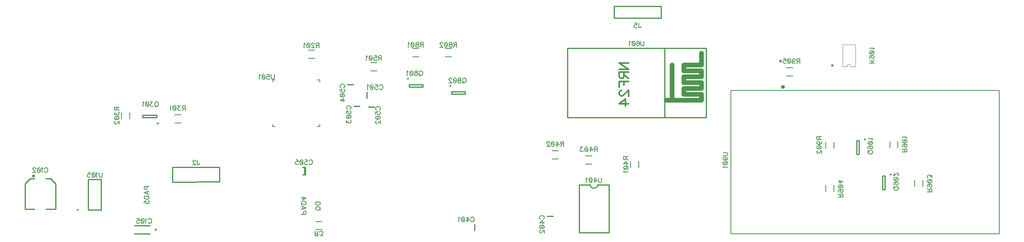
<source format=gbr>
G04 DipTrace 5.1.0.1*
G04 Íèæíºìàðêóâàííÿ.gbr*
%MOMM*%
G04 #@! TF.FileFunction,Legend,Bot*
G04 #@! TF.Part,Single*
%ADD10C,0.254*%
%ADD13C,0.12*%
%ADD36C,0.15*%
%ADD41C,0.15233*%
%ADD44C,1.0*%
%ADD47C,0.127*%
%ADD107C,0.15686*%
%ADD110C,0.31373*%
%FSLAX35Y35*%
G04*
G71*
G90*
G75*
G01*
G04 BotSilk*
%LPD*%
X3099037Y2139897D2*
D10*
X3304033Y2139817D1*
X3099037Y2139897D2*
Y2689820D1*
X3209060Y2799790D2*
X3099037Y2689820D1*
X3209060Y2799790D2*
X3304033D1*
X3554040Y2139817D2*
X3759037Y2139897D1*
Y2689820D1*
X3649013Y2799790D2*
X3759037Y2689820D1*
X3554040Y2799790D2*
X3649013D1*
G36*
X3284050Y2829893D2*
X3280137Y2830150D1*
X3276291Y2830915D1*
X3272577Y2832175D1*
X3269060Y2833910D1*
X3265799Y2836089D1*
X3262851Y2838674D1*
X3260265Y2841623D1*
X3258087Y2844883D1*
X3256352Y2848400D1*
X3255092Y2852114D1*
X3254326Y2855960D1*
X3254070Y2859873D1*
X3254326Y2863787D1*
X3255092Y2867633D1*
X3256352Y2871346D1*
X3258087Y2874863D1*
X3260265Y2878124D1*
X3262851Y2881072D1*
X3265799Y2883658D1*
X3269060Y2885837D1*
X3272577Y2887571D1*
X3276291Y2888832D1*
X3280137Y2889597D1*
X3284050Y2889853D1*
X3284083D1*
X3287997Y2889597D1*
X3291843Y2888832D1*
X3295556Y2887571D1*
X3299073Y2885837D1*
X3302334Y2883658D1*
X3305282Y2881072D1*
X3307868Y2878124D1*
X3310047Y2874863D1*
X3311781Y2871346D1*
X3313042Y2867633D1*
X3313807Y2863787D1*
X3314063Y2859873D1*
X3313807Y2855960D1*
X3313042Y2852114D1*
X3311781Y2848400D1*
X3310047Y2844883D1*
X3307868Y2841623D1*
X3305282Y2838674D1*
X3302334Y2836089D1*
X3299073Y2833910D1*
X3295556Y2832175D1*
X3291843Y2830915D1*
X3287997Y2830150D1*
X3284083Y2829893D1*
X3284050D1*
G37*
X5805690Y1788853D2*
D10*
X5465623D1*
X5805690Y1608853D2*
X5465623D1*
G36*
X5905677Y1698857D2*
X5905848Y1701466D1*
X5906358Y1704031D1*
X5907199Y1706508D1*
X5908355Y1708853D1*
X5909808Y1711028D1*
X5911533Y1712994D1*
X5913499Y1714718D1*
X5915673Y1716171D1*
X5918019Y1717328D1*
X5920495Y1718169D1*
X5923060Y1718679D1*
X5925670Y1718850D1*
X5928280Y1718679D1*
X5930845Y1718169D1*
X5933321Y1717328D1*
X5935667Y1716171D1*
X5937841Y1714718D1*
X5939807Y1712994D1*
X5941532Y1711028D1*
X5942985Y1708853D1*
X5944141Y1706508D1*
X5944982Y1704031D1*
X5945492Y1701466D1*
X5945663Y1698857D1*
Y1698850D1*
X5945492Y1696240D1*
X5944982Y1693675D1*
X5944141Y1691199D1*
X5942985Y1688853D1*
X5941532Y1686679D1*
X5939807Y1684713D1*
X5937841Y1682988D1*
X5935667Y1681535D1*
X5933321Y1680379D1*
X5930845Y1679538D1*
X5928280Y1679028D1*
X5925670Y1678857D1*
X5923060Y1679028D1*
X5920495Y1679538D1*
X5918019Y1680379D1*
X5915673Y1681535D1*
X5913499Y1682988D1*
X5911533Y1684713D1*
X5909808Y1686679D1*
X5908355Y1688853D1*
X5907199Y1691199D1*
X5906358Y1693675D1*
X5905848Y1696240D1*
X5905677Y1698850D1*
Y1698857D1*
G37*
X12816537Y1681820D2*
D10*
Y1811720D1*
X14505250Y1992107D2*
X14375350D1*
X10483493Y4672070D2*
Y4542170D1*
X10645790Y4350857D2*
X10515890D1*
X10331670Y4368667D2*
X10201770D1*
X10193810Y4833367D2*
X10063910D1*
X9134983Y2889473D2*
Y3049313D1*
X9153903Y2889473D2*
Y3049313D1*
Y2889473D2*
X9094063D1*
X9153903Y3049313D2*
X9094063D1*
X6286532Y3048225D2*
X6286541Y2730725D1*
X7302541Y2730755D1*
X7302532Y3048255D1*
X6286532Y3048225D1*
X15823190Y6525407D2*
Y6271393D1*
X16839277D1*
Y6525407D1*
X15823190D1*
X20763227Y5226758D2*
D13*
Y5696778D1*
X21038257D1*
X21043240D2*
Y5226758D1*
X20943257D1*
X20763227D2*
X20863210D1*
G02X20943257Y5226758I40023J4684D01*
G01*
G36*
X20540233Y5272765D2*
X20543496Y5272551D1*
X20546704Y5271913D1*
X20549800Y5270862D1*
X20552733Y5269416D1*
X20555452Y5267599D1*
X20557911Y5265443D1*
X20560067Y5262984D1*
X20561884Y5260265D1*
X20563330Y5257332D1*
X20564381Y5254235D1*
X20565019Y5251028D1*
X20565233Y5247765D1*
X20565019Y5244502D1*
X20564381Y5241295D1*
X20563330Y5238198D1*
X20561884Y5235265D1*
X20560067Y5232546D1*
X20557911Y5230087D1*
X20555452Y5227931D1*
X20552733Y5226114D1*
X20549800Y5224668D1*
X20546704Y5223617D1*
X20543496Y5222979D1*
X20540233Y5222765D1*
D1*
X20536970Y5222979D1*
X20533763Y5223617D1*
X20530666Y5224668D1*
X20527733Y5226114D1*
X20525014Y5227931D1*
X20522556Y5230087D1*
X20520399Y5232546D1*
X20518583Y5235265D1*
X20517136Y5238198D1*
X20516085Y5241295D1*
X20515447Y5244502D1*
X20515233Y5247765D1*
X20515447Y5251028D1*
X20516085Y5254235D1*
X20517136Y5257332D1*
X20518583Y5260265D1*
X20520399Y5262984D1*
X20522556Y5265443D1*
X20525014Y5267599D1*
X20527733Y5269416D1*
X20530666Y5270862D1*
X20533763Y5271913D1*
X20536970Y5272551D1*
X20540233Y5272765D1*
D1*
G37*
G36*
X5948293Y3994787D2*
X5948461Y3997340D1*
X5948960Y3999850D1*
X5949783Y4002273D1*
X5950914Y4004568D1*
X5952336Y4006696D1*
X5954023Y4008620D1*
X5955947Y4010307D1*
X5958075Y4011729D1*
X5960370Y4012861D1*
X5962793Y4013683D1*
X5965303Y4014183D1*
X5967857Y4014350D1*
X5970410Y4014183D1*
X5972920Y4013683D1*
X5975343Y4012861D1*
X5977638Y4011729D1*
X5979766Y4010307D1*
X5981690Y4008620D1*
X5983377Y4006696D1*
X5984799Y4004568D1*
X5985931Y4002273D1*
X5986753Y3999850D1*
X5987253Y3997340D1*
X5987420Y3994787D1*
Y3994740D1*
X5987253Y3992186D1*
X5986753Y3989677D1*
X5985931Y3987253D1*
X5984799Y3984958D1*
X5983377Y3982831D1*
X5981690Y3980907D1*
X5979766Y3979219D1*
X5977638Y3977798D1*
X5975343Y3976666D1*
X5972920Y3975843D1*
X5970410Y3975344D1*
X5967857Y3975177D1*
X5965303Y3975344D1*
X5962793Y3975843D1*
X5960370Y3976666D1*
X5958075Y3977798D1*
X5955947Y3979219D1*
X5954023Y3980907D1*
X5952336Y3982831D1*
X5950914Y3984958D1*
X5949783Y3987253D1*
X5948960Y3989677D1*
X5948461Y3992186D1*
X5948293Y3994740D1*
Y3994787D1*
G37*
X5944487Y4122123D2*
D10*
X5644500D1*
Y4172123D1*
X5944487D1*
Y4122123D1*
G36*
X11392357Y4963303D2*
X11392189Y4960750D1*
X11391690Y4958240D1*
X11390867Y4955817D1*
X11389736Y4953522D1*
X11388314Y4951394D1*
X11386627Y4949470D1*
X11384703Y4947783D1*
X11382575Y4946361D1*
X11380280Y4945229D1*
X11377857Y4944407D1*
X11375347Y4943907D1*
X11372793Y4943740D1*
X11370240Y4943907D1*
X11367730Y4944407D1*
X11365307Y4945229D1*
X11363012Y4946361D1*
X11360884Y4947783D1*
X11358960Y4949470D1*
X11357273Y4951394D1*
X11355851Y4953522D1*
X11354719Y4955817D1*
X11353897Y4958240D1*
X11353397Y4960750D1*
X11353230Y4963303D1*
Y4963350D1*
X11353397Y4965904D1*
X11353897Y4968413D1*
X11354719Y4970837D1*
X11355851Y4973132D1*
X11357273Y4975259D1*
X11358960Y4977183D1*
X11360884Y4978871D1*
X11363012Y4980292D1*
X11365307Y4981424D1*
X11367730Y4982247D1*
X11370240Y4982746D1*
X11372793Y4982913D1*
X11375347Y4982746D1*
X11377857Y4982247D1*
X11380280Y4981424D1*
X11382575Y4980292D1*
X11384703Y4978871D1*
X11386627Y4977183D1*
X11388314Y4975259D1*
X11389736Y4973132D1*
X11390867Y4970837D1*
X11391690Y4968413D1*
X11392189Y4965904D1*
X11392357Y4963350D1*
Y4963303D1*
G37*
X11396163Y4835967D2*
D10*
X11696150D1*
Y4785967D1*
X11396163D1*
Y4835967D1*
G36*
X12308367Y4806413D2*
X12308199Y4803860D1*
X12307700Y4801350D1*
X12306877Y4798927D1*
X12305746Y4796632D1*
X12304324Y4794504D1*
X12302637Y4792580D1*
X12300713Y4790893D1*
X12298585Y4789471D1*
X12296290Y4788339D1*
X12293867Y4787517D1*
X12291357Y4787017D1*
X12288803Y4786850D1*
X12286250Y4787017D1*
X12283740Y4787517D1*
X12281317Y4788339D1*
X12279022Y4789471D1*
X12276894Y4790893D1*
X12274970Y4792580D1*
X12273283Y4794504D1*
X12271861Y4796632D1*
X12270729Y4798927D1*
X12269907Y4801350D1*
X12269407Y4803860D1*
X12269240Y4806413D1*
Y4806460D1*
X12269407Y4809014D1*
X12269907Y4811523D1*
X12270729Y4813947D1*
X12271861Y4816242D1*
X12273283Y4818369D1*
X12274970Y4820293D1*
X12276894Y4821981D1*
X12279022Y4823402D1*
X12281317Y4824534D1*
X12283740Y4825357D1*
X12286250Y4825856D1*
X12288803Y4826023D1*
X12291357Y4825856D1*
X12293867Y4825357D1*
X12296290Y4824534D1*
X12298585Y4823402D1*
X12300713Y4821981D1*
X12302637Y4820293D1*
X12304324Y4818369D1*
X12305746Y4816242D1*
X12306877Y4813947D1*
X12307700Y4811523D1*
X12308199Y4809014D1*
X12308367Y4806460D1*
Y4806413D1*
G37*
X12312173Y4679077D2*
D10*
X12612160D1*
Y4629077D1*
X12312173D1*
Y4679077D1*
G36*
X21246070Y3631187D2*
X21243516Y3631354D1*
X21241007Y3631853D1*
X21238583Y3632676D1*
X21236288Y3633808D1*
X21234161Y3635229D1*
X21232237Y3636917D1*
X21230549Y3638841D1*
X21229128Y3640968D1*
X21227996Y3643263D1*
X21227173Y3645687D1*
X21226674Y3648196D1*
X21226507Y3650750D1*
X21226674Y3653304D1*
X21227173Y3655813D1*
X21227996Y3658237D1*
X21229128Y3660532D1*
X21230549Y3662659D1*
X21232237Y3664583D1*
X21234161Y3666271D1*
X21236288Y3667692D1*
X21238583Y3668824D1*
X21241007Y3669647D1*
X21243517Y3670146D1*
X21246070Y3670313D1*
X21246117D1*
X21248670Y3670146D1*
X21251180Y3669647D1*
X21253603Y3668824D1*
X21255898Y3667692D1*
X21258026Y3666271D1*
X21259950Y3664583D1*
X21261637Y3662659D1*
X21263059Y3660532D1*
X21264191Y3658237D1*
X21265013Y3655813D1*
X21265513Y3653304D1*
X21265680Y3650750D1*
X21265513Y3648196D1*
X21265013Y3645687D1*
X21264191Y3643263D1*
X21263059Y3640968D1*
X21261637Y3638841D1*
X21259950Y3636917D1*
X21258026Y3635229D1*
X21255898Y3633808D1*
X21253603Y3632676D1*
X21251180Y3631853D1*
X21248670Y3631354D1*
X21246117Y3631187D1*
X21246070D1*
G37*
X21118733Y3627380D2*
D10*
Y3327393D1*
X21068733D1*
Y3627380D1*
X21118733D1*
G36*
X21801695Y2869187D2*
X21799141Y2869354D1*
X21796632Y2869853D1*
X21794208Y2870676D1*
X21791913Y2871808D1*
X21789786Y2873229D1*
X21787862Y2874917D1*
X21786174Y2876841D1*
X21784753Y2878968D1*
X21783621Y2881263D1*
X21782798Y2883687D1*
X21782299Y2886196D1*
X21782132Y2888750D1*
X21782299Y2891304D1*
X21782798Y2893813D1*
X21783621Y2896237D1*
X21784753Y2898532D1*
X21786174Y2900659D1*
X21787862Y2902583D1*
X21789786Y2904271D1*
X21791913Y2905692D1*
X21794208Y2906824D1*
X21796632Y2907647D1*
X21799142Y2908146D1*
X21801695Y2908313D1*
X21801742D1*
X21804295Y2908146D1*
X21806805Y2907647D1*
X21809228Y2906824D1*
X21811523Y2905692D1*
X21813651Y2904271D1*
X21815575Y2902583D1*
X21817262Y2900659D1*
X21818684Y2898532D1*
X21819816Y2896237D1*
X21820638Y2893813D1*
X21821138Y2891304D1*
X21821305Y2888750D1*
X21821138Y2886196D1*
X21820638Y2883687D1*
X21819816Y2881263D1*
X21818684Y2878968D1*
X21817262Y2876841D1*
X21815575Y2874917D1*
X21813651Y2873229D1*
X21811523Y2871808D1*
X21809228Y2870676D1*
X21806805Y2869853D1*
X21804295Y2869354D1*
X21801742Y2869187D1*
X21801695D1*
G37*
X21674358Y2865380D2*
D10*
Y2565393D1*
X21624358D1*
Y2865380D1*
X21674358D1*
X9516233Y1875350D2*
D36*
X9380233D1*
X9516233Y1699350D2*
X9380233D1*
X9223858Y5405518D2*
X9359858D1*
X9223858Y5581518D2*
X9359858D1*
X6468380Y4183630D2*
X6332380D1*
X6468380Y4007630D2*
X6332380D1*
X5182377Y4230000D2*
Y4094000D1*
X5358377Y4230000D2*
Y4094000D1*
X16180800Y3177930D2*
Y3041930D1*
X16356800Y3177930D2*
Y3041930D1*
X14620870Y3406080D2*
X14484870D1*
X14620870Y3230080D2*
X14484870D1*
X15347630Y3290040D2*
X15211630D1*
X15347630Y3114040D2*
X15211630D1*
X10571690Y5131120D2*
X10707690D1*
X10571690Y5307120D2*
X10707690D1*
X11477650Y5433470D2*
X11613650D1*
X11477650Y5609470D2*
X11613650D1*
X12176150Y5433470D2*
X12312150D1*
X12176150Y5609470D2*
X12312150D1*
X21959608Y3472893D2*
Y3608893D1*
X21783608Y3472893D2*
Y3608893D1*
X20402483Y3593018D2*
Y3457018D1*
X20578483Y3593018D2*
Y3457018D1*
X22499358Y2631518D2*
Y2767518D1*
X22323358Y2631518D2*
Y2767518D1*
X20578483Y2520393D2*
Y2656393D1*
X20402483Y2520393D2*
Y2656393D1*
X19685358Y5200518D2*
X19549358D1*
X19685358Y5024518D2*
X19549358D1*
G36*
X4241377Y2144933D2*
X4243930Y2144766D1*
X4246440Y2144267D1*
X4248863Y2143444D1*
X4251158Y2142312D1*
X4253286Y2140891D1*
X4255210Y2139203D1*
X4256897Y2137279D1*
X4258319Y2135152D1*
X4259451Y2132857D1*
X4260273Y2130433D1*
X4260773Y2127924D1*
X4260940Y2125370D1*
X4260773Y2122816D1*
X4260273Y2120307D1*
X4259451Y2117883D1*
X4258319Y2115588D1*
X4256897Y2113461D1*
X4255210Y2111537D1*
X4253286Y2109849D1*
X4251158Y2108428D1*
X4248863Y2107296D1*
X4246440Y2106473D1*
X4243930Y2105974D1*
X4241377Y2105807D1*
X4241310D1*
X4238756Y2105974D1*
X4236247Y2106473D1*
X4233823Y2107296D1*
X4231528Y2108428D1*
X4229401Y2109849D1*
X4227477Y2111537D1*
X4225789Y2113461D1*
X4224368Y2115588D1*
X4223236Y2117883D1*
X4222413Y2120307D1*
X4221914Y2122816D1*
X4221747Y2125370D1*
X4221914Y2127924D1*
X4222413Y2130433D1*
X4223236Y2132857D1*
X4224368Y2135152D1*
X4225789Y2137279D1*
X4227477Y2139203D1*
X4229401Y2140891D1*
X4231528Y2142312D1*
X4233823Y2143444D1*
X4236247Y2144267D1*
X4238756Y2144766D1*
X4241310Y2144933D1*
X4241377D1*
G37*
X4468037Y2122730D2*
D10*
Y2782700D1*
X4748037Y2122730D2*
Y2782700D1*
X4468037D2*
X4748037D1*
X4468037Y2122730D2*
X4748037D1*
X15712787Y2671177D2*
Y1631183D1*
X15072793Y2671177D2*
Y1631183D1*
X15712787D2*
X15072793D1*
X15712787Y2671177D2*
X15472817D1*
X15312763D2*
X15072793D1*
X15472817D2*
G02X15312763Y2671177I-80027J50D01*
G01*
X8502890Y3927333D2*
D41*
X8454623D1*
X9465557Y3975600D2*
Y3927333D1*
X9417290Y4938267D2*
X9465557D1*
X8454623D2*
X8502890D1*
X9465557D2*
Y4890000D1*
Y3927333D2*
X9417290D1*
X8454623D2*
Y3975600D1*
Y4890000D2*
Y4938267D1*
X14815333Y4124393D2*
D10*
X17815333D1*
Y5624393D1*
X14815333D1*
Y4124393D1*
X16915333Y5624393D2*
Y4124393D1*
X16950433Y4493393D2*
D44*
X17712433D1*
Y4620443D1*
X17331433D1*
Y4747343D1*
X17712433D1*
Y4874393D1*
X17331433D1*
Y5001443D1*
X17712433D1*
Y5128343D1*
X17331433D1*
Y5255393D1*
X17712433D1*
Y5509343D1*
X17077333Y4493393D2*
Y5255393D1*
X24152483Y4709893D2*
D47*
X18352483D1*
Y1609893D1*
X24152483D1*
Y4709893D1*
G36*
X19514483Y4784893D2*
X19514141Y4779672D1*
X19513120Y4774541D1*
X19511439Y4769586D1*
X19509124Y4764893D1*
X19506217Y4760543D1*
X19502768Y4756609D1*
X19498834Y4753159D1*
X19494483Y4750252D1*
X19489791Y4747938D1*
X19484836Y4746256D1*
X19479704Y4745236D1*
X19474483Y4744893D1*
X19469262Y4745236D1*
X19464131Y4746256D1*
X19459176Y4747938D1*
X19454483Y4750252D1*
X19450133Y4753159D1*
X19446199Y4756609D1*
X19442749Y4760543D1*
X19439842Y4764893D1*
X19437528Y4769586D1*
X19435846Y4774541D1*
X19434826Y4779672D1*
X19434483Y4784893D1*
D1*
X19434826Y4790114D1*
X19435846Y4795246D1*
X19437528Y4800201D1*
X19439842Y4804893D1*
X19442749Y4809244D1*
X19446199Y4813178D1*
X19450133Y4816627D1*
X19454483Y4819534D1*
X19459176Y4821849D1*
X19464131Y4823530D1*
X19469262Y4824551D1*
X19474483Y4824893D1*
X19479704Y4824551D1*
X19484836Y4823530D1*
X19489791Y4821849D1*
X19494483Y4819534D1*
X19498834Y4816627D1*
X19502768Y4813178D1*
X19506217Y4809244D1*
X19509124Y4804893D1*
X19511439Y4800201D1*
X19513120Y4795246D1*
X19514141Y4790114D1*
X19514483Y4784893D1*
D1*
G37*
X3519895Y3014384D2*
D107*
X3524725Y3024043D1*
X3534495Y3033813D1*
X3544154Y3038643D1*
X3563583D1*
X3573354Y3033813D1*
X3583012Y3024043D1*
X3587954Y3014384D1*
X3592783Y2999784D1*
Y2975413D1*
X3587954Y2960926D1*
X3583012Y2951155D1*
X3573354Y2941496D1*
X3563583Y2936555D1*
X3544154D1*
X3534495Y2941496D1*
X3524725Y2951155D1*
X3519895Y2960926D1*
X3488523Y3019101D2*
X3478752Y3024043D1*
X3464152Y3038530D1*
Y2936555D1*
X3403580Y3038530D2*
X3418180Y3033701D1*
X3427950Y3019101D1*
X3432780Y2994843D1*
Y2980243D1*
X3427950Y2955984D1*
X3418180Y2941384D1*
X3403580Y2936555D1*
X3393921D1*
X3379321Y2941384D1*
X3369663Y2955984D1*
X3364721Y2980243D1*
Y2994843D1*
X3369663Y3019101D1*
X3379321Y3033701D1*
X3393921Y3038530D1*
X3403580D1*
X3369663Y3019101D2*
X3427950Y2955984D1*
X3328407Y3014272D2*
Y3019101D1*
X3323578Y3028872D1*
X3318749Y3033701D1*
X3308978Y3038530D1*
X3289549D1*
X3279890Y3033701D1*
X3275061Y3028872D1*
X3270119Y3019101D1*
Y3009443D1*
X3275061Y2999672D1*
X3284719Y2985184D1*
X3333349Y2936555D1*
X3265290D1*
X5761522Y1913384D2*
X5766351Y1923043D1*
X5776122Y1932813D1*
X5785781Y1937643D1*
X5805210D1*
X5814981Y1932813D1*
X5824639Y1923043D1*
X5829581Y1913384D1*
X5834410Y1898784D1*
Y1874413D1*
X5829581Y1859926D1*
X5824639Y1850155D1*
X5814981Y1840496D1*
X5805210Y1835555D1*
X5785781D1*
X5776122Y1840496D1*
X5766351Y1850155D1*
X5761522Y1859926D1*
X5730150Y1918101D2*
X5720379Y1923043D1*
X5705779Y1937530D1*
Y1835555D1*
X5645206Y1937530D2*
X5659806Y1932701D1*
X5669577Y1918101D1*
X5674406Y1893843D1*
Y1879243D1*
X5669577Y1854984D1*
X5659806Y1840384D1*
X5645206Y1835555D1*
X5635548D1*
X5620948Y1840384D1*
X5611289Y1854984D1*
X5606348Y1879243D1*
Y1893843D1*
X5611289Y1918101D1*
X5620948Y1932701D1*
X5635548Y1937530D1*
X5645206D1*
X5611289Y1918101D2*
X5669577Y1854984D1*
X5516688Y1937530D2*
X5565205D1*
X5570034Y1893843D1*
X5565205Y1898672D1*
X5550605Y1903613D1*
X5536117D1*
X5521517Y1898672D1*
X5511746Y1889013D1*
X5506917Y1874413D1*
Y1864755D1*
X5511746Y1850155D1*
X5521517Y1840384D1*
X5536117Y1835555D1*
X5550605D1*
X5565205Y1840384D1*
X5570034Y1845326D1*
X5574975Y1854984D1*
X12729783Y1946301D2*
X12734613Y1955959D1*
X12744383Y1965730D1*
X12754042Y1970559D1*
X12773471D1*
X12783242Y1965730D1*
X12792900Y1955959D1*
X12797842Y1946301D1*
X12802671Y1931701D1*
Y1907330D1*
X12797842Y1892842D1*
X12792900Y1883072D1*
X12783242Y1873413D1*
X12773471Y1868472D1*
X12754042D1*
X12744383Y1873413D1*
X12734613Y1883072D1*
X12729783Y1892842D1*
X12649782Y1868472D2*
Y1970447D1*
X12698411Y1902501D1*
X12625523D1*
X12564951Y1970447D2*
X12579551Y1965618D1*
X12589321Y1951018D1*
X12594151Y1926759D1*
Y1912159D1*
X12589321Y1887901D1*
X12579551Y1873301D1*
X12564951Y1868472D1*
X12555292D1*
X12540692Y1873301D1*
X12531034Y1887901D1*
X12526092Y1912159D1*
Y1926759D1*
X12531034Y1951018D1*
X12540692Y1965618D1*
X12555292Y1970447D1*
X12564951D1*
X12531034Y1951018D2*
X12589321Y1887901D1*
X12494720Y1951018D2*
X12484949Y1955959D1*
X12470349Y1970447D1*
Y1868472D1*
X14240769Y1927197D2*
X14231111Y1932027D1*
X14221340Y1941797D1*
X14216511Y1951456D1*
Y1970885D1*
X14221340Y1980656D1*
X14231111Y1990314D1*
X14240769Y1995256D1*
X14255369Y2000085D1*
X14279740D1*
X14294228Y1995256D1*
X14303998Y1990314D1*
X14313657Y1980656D1*
X14318598Y1970885D1*
Y1951456D1*
X14313657Y1941797D1*
X14303998Y1932027D1*
X14294228Y1927197D1*
X14318598Y1847196D2*
X14216623D1*
X14284569Y1895825D1*
Y1822937D1*
X14216623Y1762364D2*
X14221452Y1776964D1*
X14236052Y1786735D1*
X14260311Y1791564D1*
X14274911D1*
X14299169Y1786735D1*
X14313769Y1776964D1*
X14318598Y1762364D1*
Y1752706D1*
X14313769Y1738106D1*
X14299169Y1728448D1*
X14274911Y1723506D1*
X14260311D1*
X14236052Y1728448D1*
X14221452Y1738106D1*
X14216623Y1752706D1*
Y1762364D1*
X14236052Y1728448D2*
X14299169Y1786735D1*
X14240881Y1687192D2*
X14236052D1*
X14226281Y1682363D1*
X14221452Y1677533D1*
X14216623Y1667763D1*
Y1648333D1*
X14221452Y1638675D1*
X14226281Y1633846D1*
X14236052Y1628904D1*
X14245711D1*
X14255481Y1633846D1*
X14269969Y1643504D1*
X14318598Y1692133D1*
Y1624075D1*
X10754379Y4806651D2*
X10759208Y4816309D1*
X10768979Y4826080D1*
X10778637Y4830909D1*
X10798067D1*
X10807837Y4826080D1*
X10817496Y4816309D1*
X10822437Y4806651D1*
X10827267Y4792051D1*
Y4767680D1*
X10822437Y4753192D1*
X10817496Y4743422D1*
X10807837Y4733763D1*
X10798067Y4728822D1*
X10778637D1*
X10768979Y4733763D1*
X10759208Y4743422D1*
X10754379Y4753192D1*
X10664719Y4830797D2*
X10713236D1*
X10718065Y4787109D1*
X10713236Y4791939D1*
X10698636Y4796880D1*
X10684148D1*
X10669548Y4791939D1*
X10659777Y4782280D1*
X10654948Y4767680D1*
Y4758022D1*
X10659777Y4743422D1*
X10669548Y4733651D1*
X10684148Y4728822D1*
X10698636D1*
X10713236Y4733651D1*
X10718065Y4738592D1*
X10723006Y4748251D1*
X10594375Y4830797D2*
X10608975Y4825968D1*
X10618746Y4811368D1*
X10623575Y4787109D1*
Y4772509D1*
X10618746Y4748251D1*
X10608975Y4733651D1*
X10594375Y4728822D1*
X10584717D1*
X10570117Y4733651D1*
X10560458Y4748251D1*
X10555517Y4772509D1*
Y4787109D1*
X10560458Y4811368D1*
X10570117Y4825968D1*
X10584717Y4830797D1*
X10594375D1*
X10560458Y4811368D2*
X10618746Y4748251D1*
X10524144Y4811368D2*
X10514373Y4816309D1*
X10499773Y4830797D1*
Y4728822D1*
X10698809Y4283533D2*
X10689151Y4288362D1*
X10679380Y4298133D1*
X10674551Y4307791D1*
Y4327220D1*
X10679380Y4336991D1*
X10689151Y4346650D1*
X10698809Y4351591D1*
X10713409Y4356420D1*
X10737780D1*
X10752268Y4351591D1*
X10762038Y4346650D1*
X10771697Y4336991D1*
X10776638Y4327220D1*
Y4307791D1*
X10771697Y4298133D1*
X10762038Y4288362D1*
X10752268Y4283533D1*
X10674663Y4193872D2*
Y4242389D1*
X10718351Y4247219D1*
X10713521Y4242389D1*
X10708580Y4227789D1*
Y4213302D1*
X10713521Y4198702D1*
X10723180Y4188931D1*
X10737780Y4184102D1*
X10747438D1*
X10762038Y4188931D1*
X10771809Y4198702D1*
X10776638Y4213302D1*
Y4227789D1*
X10771809Y4242389D1*
X10766868Y4247219D1*
X10757209Y4252160D1*
X10674663Y4123529D2*
X10679492Y4138129D1*
X10694092Y4147900D1*
X10718351Y4152729D1*
X10732951D1*
X10757209Y4147900D1*
X10771809Y4138129D1*
X10776638Y4123529D1*
Y4113871D1*
X10771809Y4099271D1*
X10757209Y4089612D1*
X10732951Y4084671D1*
X10718351D1*
X10694092Y4089612D1*
X10679492Y4099271D1*
X10674663Y4113871D1*
Y4123529D1*
X10694092Y4089612D2*
X10757209Y4147900D1*
X10698921Y4048357D2*
X10694092D1*
X10684321Y4043527D1*
X10679492Y4038698D1*
X10674663Y4028927D1*
Y4009498D1*
X10679492Y3999840D1*
X10684321Y3995010D1*
X10694092Y3990069D1*
X10703751D1*
X10713521Y3995010D1*
X10728009Y4004669D1*
X10776638Y4053298D1*
Y3985240D1*
X10067189Y4301343D2*
X10057531Y4306172D1*
X10047760Y4315943D1*
X10042931Y4325601D1*
Y4345030D1*
X10047760Y4354801D1*
X10057531Y4364460D1*
X10067189Y4369401D1*
X10081789Y4374230D1*
X10106160D1*
X10120648Y4369401D1*
X10130418Y4364460D1*
X10140077Y4354801D1*
X10145018Y4345030D1*
Y4325601D1*
X10140077Y4315943D1*
X10130418Y4306172D1*
X10120648Y4301343D1*
X10043043Y4211682D2*
Y4260199D1*
X10086731Y4265029D1*
X10081901Y4260199D1*
X10076960Y4245599D1*
Y4231112D1*
X10081901Y4216512D1*
X10091560Y4206741D1*
X10106160Y4201912D1*
X10115818D1*
X10130418Y4206741D1*
X10140189Y4216512D1*
X10145018Y4231112D1*
Y4245599D1*
X10140189Y4260199D1*
X10135248Y4265029D1*
X10125589Y4269970D1*
X10043043Y4141339D2*
X10047872Y4155939D1*
X10062472Y4165710D1*
X10086731Y4170539D1*
X10101331D1*
X10125589Y4165710D1*
X10140189Y4155939D1*
X10145018Y4141339D1*
Y4131681D1*
X10140189Y4117081D1*
X10125589Y4107422D1*
X10101331Y4102481D1*
X10086731D1*
X10062472Y4107422D1*
X10047872Y4117081D1*
X10043043Y4131681D1*
Y4141339D1*
X10062472Y4107422D2*
X10125589Y4165710D1*
X10043043Y4061337D2*
Y4007991D1*
X10081901Y4037079D1*
Y4022479D1*
X10086731Y4012820D1*
X10091560Y4007991D1*
X10106160Y4003050D1*
X10115818D1*
X10130418Y4007991D1*
X10140189Y4017650D1*
X10145018Y4032250D1*
Y4046850D1*
X10140189Y4061337D1*
X10135248Y4066167D1*
X10125589Y4071108D1*
X9929329Y4768457D2*
X9919671Y4773287D1*
X9909900Y4783057D1*
X9905071Y4792716D1*
Y4812145D1*
X9909900Y4821916D1*
X9919671Y4831574D1*
X9929329Y4836516D1*
X9943929Y4841345D1*
X9968300D1*
X9982788Y4836516D1*
X9992558Y4831574D1*
X10002217Y4821916D1*
X10007158Y4812145D1*
Y4792716D1*
X10002217Y4783057D1*
X9992558Y4773287D1*
X9982788Y4768457D1*
X9905183Y4678797D2*
Y4727314D1*
X9948871Y4732143D1*
X9944041Y4727314D1*
X9939100Y4712714D1*
Y4698226D1*
X9944041Y4683626D1*
X9953700Y4673856D1*
X9968300Y4669026D1*
X9977958D1*
X9992558Y4673856D1*
X10002329Y4683626D1*
X10007158Y4698226D1*
Y4712714D1*
X10002329Y4727314D1*
X9997388Y4732143D1*
X9987729Y4737085D1*
X9905183Y4608454D2*
X9910012Y4623054D1*
X9924612Y4632824D1*
X9948871Y4637654D1*
X9963471D1*
X9987729Y4632824D1*
X10002329Y4623054D1*
X10007158Y4608454D1*
Y4598795D1*
X10002329Y4584195D1*
X9987729Y4574537D1*
X9963471Y4569595D1*
X9948871D1*
X9924612Y4574537D1*
X9910012Y4584195D1*
X9905183Y4598795D1*
Y4608454D1*
X9924612Y4574537D2*
X9987729Y4632824D1*
X10007158Y4489593D2*
X9905183D1*
X9973129Y4538223D1*
Y4465335D1*
X9236686Y3183924D2*
X9241515Y3193583D1*
X9251286Y3203353D1*
X9260944Y3208183D1*
X9280374D1*
X9290144Y3203353D1*
X9299803Y3193583D1*
X9304744Y3183924D1*
X9309574Y3169324D1*
Y3144953D1*
X9304744Y3130466D1*
X9299803Y3120695D1*
X9290144Y3111036D1*
X9280374Y3106095D1*
X9260944D1*
X9251286Y3111036D1*
X9241515Y3120695D1*
X9236686Y3130466D1*
X9147026Y3208070D2*
X9195543D1*
X9200372Y3164383D1*
X9195543Y3169212D1*
X9180943Y3174153D1*
X9166455D1*
X9151855Y3169212D1*
X9142084Y3159553D1*
X9137255Y3144953D1*
Y3135295D1*
X9142084Y3120695D1*
X9151855Y3110924D1*
X9166455Y3106095D1*
X9180943D1*
X9195543Y3110924D1*
X9200372Y3115866D1*
X9205313Y3125524D1*
X9076682Y3208070D2*
X9091282Y3203241D1*
X9101053Y3188641D1*
X9105882Y3164383D1*
Y3149783D1*
X9101053Y3125524D1*
X9091282Y3110924D1*
X9076682Y3106095D1*
X9067024D1*
X9052424Y3110924D1*
X9042766Y3125524D1*
X9037824Y3149783D1*
Y3164383D1*
X9042766Y3188641D1*
X9052424Y3203241D1*
X9067024Y3208070D1*
X9076682D1*
X9042766Y3188641D2*
X9101053Y3125524D1*
X8948164Y3208070D2*
X8996681D1*
X9001510Y3164383D1*
X8996681Y3169212D1*
X8982081Y3174153D1*
X8967593D1*
X8952993Y3169212D1*
X8943222Y3159553D1*
X8938393Y3144953D1*
Y3135295D1*
X8943222Y3120695D1*
X8952993Y3110924D1*
X8967593Y3106095D1*
X8982081D1*
X8996681Y3110924D1*
X9001510Y3115866D1*
X9006451Y3125524D1*
X9376444Y2296023D2*
X9478532D1*
Y2261994D1*
X9473590Y2247394D1*
X9463932Y2237623D1*
X9454161Y2232794D1*
X9439673Y2227965D1*
X9415303D1*
X9400703Y2232794D1*
X9391044Y2237623D1*
X9381273Y2247394D1*
X9376444Y2261994D1*
Y2296023D1*
Y2167392D2*
X9381161Y2177051D1*
X9390932Y2186822D1*
X9400703Y2191651D1*
X9415303Y2196592D1*
X9439561D1*
X9454161Y2191651D1*
X9463819Y2186822D1*
X9473590Y2177051D1*
X9478419Y2167392D1*
Y2147963D1*
X9473590Y2138192D1*
X9463819Y2128534D1*
X9454161Y2123705D1*
X9439561Y2118763D1*
X9415303D1*
X9400703Y2123705D1*
X9390932Y2128534D1*
X9381161Y2138192D1*
X9376444Y2147963D1*
Y2167392D1*
X9458990Y2152792D2*
X9488190Y2123705D1*
X6819929Y3197030D2*
X6819931Y3119313D1*
X6824760Y3104713D1*
X6829702Y3099884D1*
X6839361Y3094943D1*
X6849132D1*
X6858790Y3099885D1*
X6863619Y3104714D1*
X6868560Y3119315D1*
Y3128973D1*
X6783615Y3172658D2*
Y3177487D1*
X6778785Y3187258D1*
X6773956Y3192087D1*
X6764185Y3196916D1*
X6744756D1*
X6735098Y3192086D1*
X6730269Y3187257D1*
X6725327Y3177486D1*
X6725328Y3167827D1*
X6730269Y3158057D1*
X6739928Y3143569D1*
X6788559Y3094941D1*
X6720501Y3094939D1*
X16356634Y6166183D2*
Y6088466D1*
X16361463Y6073866D1*
X16366405Y6069036D1*
X16376063Y6064095D1*
X16385834D1*
X16395493Y6069036D1*
X16400322Y6073866D1*
X16405263Y6088466D1*
Y6098124D1*
X16266974Y6166070D2*
X16315491D1*
X16320320Y6122383D1*
X16315491Y6127212D1*
X16300891Y6132153D1*
X16286403D1*
X16271803Y6127212D1*
X16262032Y6117553D1*
X16257203Y6102953D1*
Y6093295D1*
X16262032Y6078695D1*
X16271803Y6068924D1*
X16286403Y6064095D1*
X16300891D1*
X16315491Y6068924D1*
X16320320Y6073866D1*
X16325262Y6083524D1*
X21447523Y5300854D2*
X21345435D1*
X21447523Y5368913D2*
X21379464Y5300854D1*
X21403835Y5325113D2*
X21345435Y5368913D1*
X21413493Y5463515D2*
X21398893Y5458573D1*
X21389123Y5448915D1*
X21384293Y5434315D1*
Y5429485D1*
X21389123Y5414885D1*
X21398893Y5405227D1*
X21413493Y5400285D1*
X21418323D1*
X21432923Y5405227D1*
X21442581Y5414885D1*
X21447410Y5429485D1*
Y5434315D1*
X21442581Y5448915D1*
X21432923Y5458573D1*
X21413493Y5463515D1*
X21389123D1*
X21364864Y5458573D1*
X21350264Y5448915D1*
X21345435Y5434315D1*
Y5424656D1*
X21350264Y5410056D1*
X21360035Y5405227D1*
X21447410Y5524087D2*
X21442581Y5509487D1*
X21427981Y5499716D1*
X21403723Y5494887D1*
X21389123D1*
X21364864Y5499716D1*
X21350264Y5509487D1*
X21345435Y5524087D1*
Y5533746D1*
X21350264Y5548346D1*
X21364864Y5558004D1*
X21389123Y5562946D1*
X21403723D1*
X21427981Y5558004D1*
X21442581Y5548346D1*
X21447410Y5533746D1*
Y5524087D1*
X21427981Y5558004D2*
X21364864Y5499716D1*
X21427981Y5594318D2*
X21432923Y5604089D1*
X21447410Y5618689D1*
X21345435D1*
X9119687Y2032791D2*
Y2076591D1*
X9124517Y2091079D1*
X9129458Y2096020D1*
X9139117Y2100849D1*
X9153717D1*
X9163375Y2096020D1*
X9168317Y2091079D1*
X9173146Y2076591D1*
Y2032791D1*
X9071058D1*
Y2210051D2*
X9173146Y2171080D1*
X9071058Y2132222D1*
X9105087Y2146822D2*
Y2195451D1*
X9173146Y2241424D2*
X9071058D1*
Y2275453D1*
X9076000Y2290053D1*
X9085658Y2299824D1*
X9095429Y2304653D1*
X9109917Y2309482D1*
X9134287D1*
X9148887Y2304653D1*
X9158546Y2299824D1*
X9168317Y2290053D1*
X9173146Y2275453D1*
Y2241424D1*
X9071058Y2389484D2*
X9173034D1*
X9105087Y2340855D1*
Y2413742D1*
X5731026Y2633578D2*
Y2589778D1*
X5726197Y2575290D1*
X5721255Y2570349D1*
X5711597Y2565519D1*
X5696997D1*
X5687338Y2570349D1*
X5682397Y2575290D1*
X5677567Y2589778D1*
Y2633578D1*
X5779655D1*
Y2456318D2*
X5677567Y2495288D1*
X5779655Y2534147D1*
X5745626Y2519547D2*
Y2470918D1*
X5677567Y2424945D2*
X5779655D1*
Y2390916D1*
X5774714Y2376316D1*
X5765055Y2366545D1*
X5755284Y2361716D1*
X5740797Y2356887D1*
X5716426D1*
X5701826Y2361716D1*
X5692167Y2366545D1*
X5682397Y2376316D1*
X5677567Y2390916D1*
Y2424945D1*
X5677680Y2267226D2*
Y2315743D1*
X5721367Y2320572D1*
X5716538Y2315743D1*
X5711597Y2301143D1*
Y2286656D1*
X5716538Y2272056D1*
X5726197Y2262285D1*
X5740797Y2257456D1*
X5750455D1*
X5765055Y2262285D1*
X5774826Y2272056D1*
X5779655Y2286656D1*
Y2301143D1*
X5774826Y2315743D1*
X5769884Y2320572D1*
X5760226Y2325514D1*
X5952977Y4463413D2*
X5962636Y4458696D1*
X5972407Y4448925D1*
X5977236Y4439154D1*
X5982177Y4424554D1*
Y4400296D1*
X5977236Y4385696D1*
X5972407Y4376037D1*
X5962636Y4366266D1*
X5952977Y4361437D1*
X5933548D1*
X5923777Y4366266D1*
X5914119Y4376037D1*
X5909290Y4385696D1*
X5904348Y4400296D1*
Y4424554D1*
X5909290Y4439154D1*
X5914119Y4448925D1*
X5923777Y4458696D1*
X5933548Y4463413D1*
X5952977D1*
X5938377Y4380866D2*
X5909290Y4351666D1*
X5863205Y4463300D2*
X5809859D1*
X5838946Y4424442D1*
X5824346D1*
X5814688Y4419613D1*
X5809859Y4414783D1*
X5804917Y4400183D1*
Y4390525D1*
X5809859Y4375925D1*
X5819517Y4366154D1*
X5834117Y4361325D1*
X5848717D1*
X5863205Y4366154D1*
X5868034Y4371096D1*
X5872976Y4380754D1*
X5744344Y4463300D2*
X5758944Y4458471D1*
X5768715Y4443871D1*
X5773544Y4419613D1*
Y4405013D1*
X5768715Y4380754D1*
X5758944Y4366154D1*
X5744344Y4361325D1*
X5734686D1*
X5720086Y4366154D1*
X5710428Y4380754D1*
X5705486Y4405013D1*
Y4419613D1*
X5710428Y4443871D1*
X5720086Y4458471D1*
X5734686Y4463300D1*
X5744344D1*
X5710428Y4443871D2*
X5768715Y4380754D1*
X5674113Y4443871D2*
X5664343Y4448813D1*
X5649743Y4463300D1*
Y4361325D1*
X11661651Y5131703D2*
X11671310Y5126986D1*
X11681080Y5117215D1*
X11685910Y5107444D1*
X11690851Y5092844D1*
Y5068586D1*
X11685910Y5053986D1*
X11681080Y5044327D1*
X11671310Y5034556D1*
X11661651Y5029727D1*
X11642222D1*
X11632451Y5034556D1*
X11622793Y5044327D1*
X11617963Y5053986D1*
X11613022Y5068586D1*
Y5092844D1*
X11617963Y5107444D1*
X11622793Y5117215D1*
X11632451Y5126986D1*
X11642222Y5131703D1*
X11661651D1*
X11647051Y5049156D2*
X11617963Y5019956D1*
X11557391Y5131590D2*
X11571879Y5126761D1*
X11576820Y5117103D1*
Y5107332D1*
X11571879Y5097673D1*
X11562220Y5092732D1*
X11542791Y5087903D1*
X11528191Y5083073D1*
X11518532Y5073303D1*
X11513703Y5063644D1*
Y5049044D1*
X11518532Y5039386D1*
X11523362Y5034444D1*
X11537962Y5029615D1*
X11557391D1*
X11571879Y5034444D1*
X11576820Y5039386D1*
X11581649Y5049044D1*
Y5063644D1*
X11576820Y5073303D1*
X11567049Y5083073D1*
X11552562Y5087903D1*
X11533132Y5092732D1*
X11523362Y5097673D1*
X11518532Y5107332D1*
Y5117103D1*
X11523362Y5126761D1*
X11537962Y5131590D1*
X11557391D1*
X11453131D2*
X11467731Y5126761D1*
X11477501Y5112161D1*
X11482331Y5087903D1*
Y5073303D1*
X11477501Y5049044D1*
X11467731Y5034444D1*
X11453131Y5029615D1*
X11443472D1*
X11428872Y5034444D1*
X11419214Y5049044D1*
X11414272Y5073303D1*
Y5087903D1*
X11419214Y5112161D1*
X11428872Y5126761D1*
X11443472Y5131590D1*
X11453131D1*
X11419214Y5112161D2*
X11477501Y5049044D1*
X11382900Y5112161D2*
X11373129Y5117103D1*
X11358529Y5131590D1*
Y5029615D1*
X12599505Y4974813D2*
X12609163Y4970096D1*
X12618934Y4960325D1*
X12623763Y4950554D1*
X12628705Y4935954D1*
Y4911696D1*
X12623763Y4897096D1*
X12618934Y4887437D1*
X12609163Y4877666D1*
X12599505Y4872837D1*
X12580076D1*
X12570305Y4877666D1*
X12560647Y4887437D1*
X12555817Y4897096D1*
X12550876Y4911696D1*
Y4935954D1*
X12555817Y4950554D1*
X12560647Y4960325D1*
X12570305Y4970096D1*
X12580076Y4974813D1*
X12599505D1*
X12584905Y4892266D2*
X12555817Y4863066D1*
X12495245Y4974700D2*
X12509732Y4969871D1*
X12514674Y4960213D1*
Y4950442D1*
X12509732Y4940783D1*
X12500074Y4935842D1*
X12480645Y4931013D1*
X12466045Y4926183D1*
X12456386Y4916413D1*
X12451557Y4906754D1*
Y4892154D1*
X12456386Y4882496D1*
X12461216Y4877554D1*
X12475816Y4872725D1*
X12495245D1*
X12509732Y4877554D1*
X12514674Y4882496D1*
X12519503Y4892154D1*
Y4906754D1*
X12514674Y4916413D1*
X12504903Y4926183D1*
X12490416Y4931013D1*
X12470986Y4935842D1*
X12461216Y4940783D1*
X12456386Y4950442D1*
Y4960213D1*
X12461216Y4969871D1*
X12475816Y4974700D1*
X12495245D1*
X12390984D2*
X12405584Y4969871D1*
X12415355Y4955271D1*
X12420184Y4931013D1*
Y4916413D1*
X12415355Y4892154D1*
X12405584Y4877554D1*
X12390984Y4872725D1*
X12381326D1*
X12366726Y4877554D1*
X12357068Y4892154D1*
X12352126Y4916413D1*
Y4931013D1*
X12357068Y4955271D1*
X12366726Y4969871D1*
X12381326Y4974700D1*
X12390984D1*
X12357068Y4955271D2*
X12415355Y4892154D1*
X12315812Y4950442D2*
Y4955271D1*
X12310983Y4965042D1*
X12306153Y4969871D1*
X12296383Y4974700D1*
X12276953D1*
X12267295Y4969871D1*
X12262466Y4965042D1*
X12257524Y4955271D1*
Y4945613D1*
X12262466Y4935842D1*
X12272124Y4921354D1*
X12320753Y4872725D1*
X12252695D1*
X21414469Y3364251D2*
X21409752Y3354592D1*
X21399982Y3344821D1*
X21390211Y3339992D1*
X21375611Y3335051D1*
X21351352D1*
X21336752Y3339992D1*
X21327094Y3344821D1*
X21317323Y3354592D1*
X21312494Y3364251D1*
Y3383680D1*
X21317323Y3393451D1*
X21327094Y3403109D1*
X21336752Y3407938D1*
X21351352Y3412880D1*
X21375611D1*
X21390211Y3407938D1*
X21399982Y3403109D1*
X21409752Y3393451D1*
X21414469Y3383680D1*
Y3364251D1*
X21331923Y3378851D2*
X21302723Y3407938D1*
X21380440Y3507482D2*
X21365840Y3502540D1*
X21356069Y3492882D1*
X21351240Y3478282D1*
Y3473452D1*
X21356069Y3458852D1*
X21365840Y3449194D1*
X21380440Y3444252D1*
X21385269D1*
X21399869Y3449194D1*
X21409528Y3458852D1*
X21414357Y3473452D1*
Y3478282D1*
X21409528Y3492882D1*
X21399869Y3502540D1*
X21380440Y3507482D1*
X21356069D1*
X21331811Y3502540D1*
X21317211Y3492882D1*
X21312382Y3478282D1*
Y3468623D1*
X21317211Y3454023D1*
X21326982Y3449194D1*
X21414357Y3568054D2*
X21409528Y3553454D1*
X21394928Y3543683D1*
X21370669Y3538854D1*
X21356069D1*
X21331811Y3543683D1*
X21317211Y3553454D1*
X21312382Y3568054D1*
Y3577713D1*
X21317211Y3592313D1*
X21331811Y3601971D1*
X21356069Y3606913D1*
X21370669D1*
X21394928Y3601971D1*
X21409528Y3592313D1*
X21414357Y3577713D1*
Y3568054D1*
X21394928Y3601971D2*
X21331811Y3543683D1*
X21394928Y3638285D2*
X21399869Y3648056D1*
X21414357Y3662656D1*
X21312382D1*
X21970094Y2580407D2*
X21965377Y2570748D1*
X21955607Y2560978D1*
X21945836Y2556148D1*
X21931236Y2551207D1*
X21906977D1*
X21892377Y2556148D1*
X21882719Y2560978D1*
X21872948Y2570748D1*
X21868119Y2580407D1*
Y2599836D1*
X21872948Y2609607D1*
X21882719Y2619265D1*
X21892377Y2624095D1*
X21906977Y2629036D1*
X21931236D1*
X21945836Y2624095D1*
X21955607Y2619265D1*
X21965377Y2609607D1*
X21970094Y2599836D1*
Y2580407D1*
X21887548Y2595007D2*
X21858348Y2624095D1*
X21936065Y2723638D2*
X21921465Y2718696D1*
X21911694Y2709038D1*
X21906865Y2694438D1*
Y2689609D1*
X21911694Y2675009D1*
X21921465Y2665350D1*
X21936065Y2660409D1*
X21940894D1*
X21955494Y2665350D1*
X21965153Y2675009D1*
X21969982Y2689609D1*
Y2694438D1*
X21965153Y2709038D1*
X21955494Y2718696D1*
X21936065Y2723638D1*
X21911694D1*
X21887436Y2718696D1*
X21872836Y2709038D1*
X21868007Y2694438D1*
Y2684779D1*
X21872836Y2670179D1*
X21882607Y2665350D1*
X21969982Y2784210D2*
X21965153Y2769610D1*
X21950553Y2759840D1*
X21926294Y2755010D1*
X21911694D1*
X21887436Y2759840D1*
X21872836Y2769610D1*
X21868007Y2784210D1*
Y2793869D1*
X21872836Y2808469D1*
X21887436Y2818127D1*
X21911694Y2823069D1*
X21926294D1*
X21950553Y2818127D1*
X21965153Y2808469D1*
X21969982Y2793869D1*
Y2784210D1*
X21950553Y2818127D2*
X21887436Y2759840D1*
X21945724Y2859383D2*
X21950553D1*
X21960324Y2864212D1*
X21965153Y2869041D1*
X21969982Y2878812D1*
Y2898241D1*
X21965153Y2907900D1*
X21960324Y2912729D1*
X21950553Y2917671D1*
X21940894D1*
X21931124Y2912729D1*
X21916636Y2903071D1*
X21868007Y2854441D1*
Y2922500D1*
X9364489Y1612190D2*
X9408176D1*
X9422776Y1607248D1*
X9427718Y1602419D1*
X9432547Y1592761D1*
Y1582990D1*
X9427718Y1573331D1*
X9422776Y1568390D1*
X9408176Y1563561D1*
X9364489D1*
Y1665648D1*
X9398518Y1612190D2*
X9432547Y1665648D1*
X9473690Y1563673D2*
X9527037D1*
X9497949Y1602531D1*
X9512549D1*
X9522207Y1607361D1*
X9527037Y1612190D1*
X9531978Y1626790D1*
Y1636448D1*
X9527037Y1651048D1*
X9517378Y1660819D1*
X9502778Y1665648D1*
X9488178D1*
X9473690Y1660819D1*
X9468861Y1655878D1*
X9463920Y1646219D1*
X9453190Y5683678D2*
X9409503D1*
X9394903Y5688620D1*
X9389961Y5693449D1*
X9385132Y5703108D1*
Y5712878D1*
X9389961Y5722537D1*
X9394903Y5727478D1*
X9409503Y5732308D1*
X9453190D1*
Y5630220D1*
X9419161Y5683678D2*
X9385132Y5630220D1*
X9348818Y5707937D2*
Y5712766D1*
X9343988Y5722537D1*
X9339159Y5727366D1*
X9329388Y5732195D1*
X9309959D1*
X9300301Y5727366D1*
X9295472Y5722537D1*
X9290530Y5712766D1*
Y5703108D1*
X9295472Y5693337D1*
X9305130Y5678849D1*
X9353759Y5630220D1*
X9285701D1*
X9225128Y5732195D2*
X9239728Y5727366D1*
X9249499Y5712766D1*
X9254328Y5688508D1*
Y5673908D1*
X9249499Y5649649D1*
X9239728Y5635049D1*
X9225128Y5630220D1*
X9215470D1*
X9200870Y5635049D1*
X9191211Y5649649D1*
X9186270Y5673908D1*
Y5688508D1*
X9191211Y5712766D1*
X9200870Y5727366D1*
X9215470Y5732195D1*
X9225128D1*
X9191211Y5712766D2*
X9249499Y5649649D1*
X9154897Y5712766D2*
X9145126Y5717708D1*
X9130526Y5732195D1*
Y5630220D1*
X6561712Y4329790D2*
X6518024D1*
X6503424Y4334732D1*
X6498483Y4339561D1*
X6493653Y4349219D1*
Y4358990D1*
X6498483Y4368649D1*
X6503424Y4373590D1*
X6518024Y4378419D1*
X6561712D1*
Y4276332D1*
X6527683Y4329790D2*
X6493653Y4276332D1*
X6452510Y4378307D2*
X6399164D1*
X6428252Y4339449D1*
X6413652D1*
X6403993Y4334619D1*
X6399164Y4329790D1*
X6394222Y4315190D1*
Y4305532D1*
X6399164Y4290932D1*
X6408822Y4281161D1*
X6423422Y4276332D1*
X6438022D1*
X6452510Y4281161D1*
X6457339Y4286102D1*
X6462281Y4295761D1*
X6333650Y4378307D2*
X6348250Y4373478D1*
X6358021Y4358878D1*
X6362850Y4334619D1*
Y4320019D1*
X6358021Y4295761D1*
X6348250Y4281161D1*
X6333650Y4276332D1*
X6323991D1*
X6309391Y4281161D1*
X6299733Y4295761D1*
X6294791Y4320019D1*
Y4334619D1*
X6299733Y4358878D1*
X6309391Y4373478D1*
X6323991Y4378307D1*
X6333650D1*
X6299733Y4358878D2*
X6358021Y4295761D1*
X6263419Y4358878D2*
X6253648Y4363819D1*
X6239048Y4378307D1*
Y4276332D1*
X5080217Y4345176D2*
Y4301488D1*
X5075275Y4286888D1*
X5070446Y4281947D1*
X5060787Y4277117D1*
X5051017D1*
X5041358Y4281947D1*
X5036417Y4286888D1*
X5031587Y4301488D1*
Y4345176D1*
X5133675D1*
X5080217Y4311147D2*
X5133675Y4277117D1*
X5031700Y4235974D2*
Y4182628D1*
X5070558Y4211716D1*
Y4197116D1*
X5075387Y4187457D1*
X5080217Y4182628D1*
X5094817Y4177686D1*
X5104475D1*
X5119075Y4182628D1*
X5128846Y4192286D1*
X5133675Y4206886D1*
Y4221486D1*
X5128846Y4235974D1*
X5123904Y4240803D1*
X5114246Y4245745D1*
X5031700Y4117114D2*
X5036529Y4131714D1*
X5051129Y4141484D1*
X5075387Y4146314D1*
X5089987D1*
X5114246Y4141484D1*
X5128846Y4131714D1*
X5133675Y4117114D1*
Y4107455D1*
X5128846Y4092855D1*
X5114246Y4083197D1*
X5089987Y4078255D1*
X5075387D1*
X5051129Y4083197D1*
X5036529Y4092855D1*
X5031700Y4107455D1*
Y4117114D1*
X5051129Y4083197D2*
X5114246Y4141484D1*
X5055958Y4041941D2*
X5051129D1*
X5041358Y4037112D1*
X5036529Y4032283D1*
X5031700Y4022512D1*
Y4003083D1*
X5036529Y3993424D1*
X5041358Y3988595D1*
X5051129Y3983653D1*
X5060787D1*
X5070558Y3988595D1*
X5085046Y3998253D1*
X5133675Y4046883D1*
Y3978824D1*
X16078640Y3273677D2*
Y3229989D1*
X16073698Y3215389D1*
X16068869Y3210447D1*
X16059211Y3205618D1*
X16049440D1*
X16039781Y3210447D1*
X16034840Y3215389D1*
X16030011Y3229989D1*
Y3273677D1*
X16132098D1*
X16078640Y3239647D2*
X16132098Y3205618D1*
Y3125616D2*
X16030123D1*
X16098069Y3174246D1*
Y3101358D1*
X16030123Y3040785D2*
X16034952Y3055385D1*
X16049552Y3065156D1*
X16073811Y3069985D1*
X16088411D1*
X16112669Y3065156D1*
X16127269Y3055385D1*
X16132098Y3040785D1*
Y3031127D1*
X16127269Y3016527D1*
X16112669Y3006868D1*
X16088411Y3001927D1*
X16073811D1*
X16049552Y3006868D1*
X16034952Y3016527D1*
X16030123Y3031127D1*
Y3040785D1*
X16049552Y3006868D2*
X16112669Y3065156D1*
X16049552Y2970554D2*
X16044611Y2960783D1*
X16030123Y2946183D1*
X16132098D1*
X14738460Y3552240D2*
X14694773D1*
X14680173Y3557182D1*
X14675231Y3562011D1*
X14670402Y3571669D1*
Y3581440D1*
X14675231Y3591099D1*
X14680173Y3596040D1*
X14694773Y3600869D1*
X14738460D1*
Y3498782D1*
X14704431Y3552240D2*
X14670402Y3498782D1*
X14590400D2*
Y3600757D1*
X14639029Y3532811D1*
X14566142D1*
X14505569Y3600757D2*
X14520169Y3595928D1*
X14529940Y3581328D1*
X14534769Y3557069D1*
Y3542469D1*
X14529940Y3518211D1*
X14520169Y3503611D1*
X14505569Y3498782D1*
X14495911D1*
X14481311Y3503611D1*
X14471652Y3518211D1*
X14466711Y3542469D1*
Y3557069D1*
X14471652Y3581328D1*
X14481311Y3595928D1*
X14495911Y3600757D1*
X14505569D1*
X14471652Y3581328D2*
X14529940Y3518211D1*
X14430397Y3576499D2*
Y3581328D1*
X14425567Y3591099D1*
X14420738Y3595928D1*
X14410967Y3600757D1*
X14391538D1*
X14381880Y3595928D1*
X14377050Y3591099D1*
X14372109Y3581328D1*
Y3571669D1*
X14377050Y3561899D1*
X14386709Y3547411D1*
X14435338Y3498782D1*
X14367280D1*
X15465220Y3436200D2*
X15421533D1*
X15406933Y3441142D1*
X15401991Y3445971D1*
X15397162Y3455629D1*
Y3465400D1*
X15401991Y3475059D1*
X15406933Y3480000D1*
X15421533Y3484829D1*
X15465220D1*
Y3382742D1*
X15431191Y3436200D2*
X15397162Y3382742D1*
X15317160D2*
Y3484717D1*
X15365789Y3416771D1*
X15292902D1*
X15232329Y3484717D2*
X15246929Y3479888D1*
X15256700Y3465288D1*
X15261529Y3441029D1*
Y3426429D1*
X15256700Y3402171D1*
X15246929Y3387571D1*
X15232329Y3382742D1*
X15222671D1*
X15208071Y3387571D1*
X15198412Y3402171D1*
X15193471Y3426429D1*
Y3441029D1*
X15198412Y3465288D1*
X15208071Y3479888D1*
X15222671Y3484717D1*
X15232329D1*
X15198412Y3465288D2*
X15256700Y3402171D1*
X15152327Y3484717D2*
X15098981D1*
X15128069Y3445859D1*
X15113469D1*
X15103810Y3441029D1*
X15098981Y3436200D1*
X15094040Y3421600D1*
Y3411942D1*
X15098981Y3397342D1*
X15108640Y3387571D1*
X15123240Y3382742D1*
X15137840D1*
X15152327Y3387571D1*
X15157157Y3392512D1*
X15162098Y3402171D1*
X10801022Y5409280D2*
X10757334D1*
X10742734Y5414222D1*
X10737793Y5419051D1*
X10732963Y5428709D1*
Y5438480D1*
X10737793Y5448139D1*
X10742734Y5453080D1*
X10757334Y5457909D1*
X10801022D1*
Y5355822D1*
X10766993Y5409280D2*
X10732963Y5355822D1*
X10643303Y5457797D2*
X10691820D1*
X10696649Y5414109D1*
X10691820Y5418939D1*
X10677220Y5423880D1*
X10662732D1*
X10648132Y5418939D1*
X10638362Y5409280D1*
X10633532Y5394680D1*
Y5385022D1*
X10638362Y5370422D1*
X10648132Y5360651D1*
X10662732Y5355822D1*
X10677220D1*
X10691820Y5360651D1*
X10696649Y5365592D1*
X10701591Y5375251D1*
X10572960Y5457797D2*
X10587560Y5452968D1*
X10597331Y5438368D1*
X10602160Y5414109D1*
Y5399509D1*
X10597331Y5375251D1*
X10587560Y5360651D1*
X10572960Y5355822D1*
X10563301D1*
X10548701Y5360651D1*
X10539043Y5375251D1*
X10534101Y5399509D1*
Y5414109D1*
X10539043Y5438368D1*
X10548701Y5452968D1*
X10563301Y5457797D1*
X10572960D1*
X10539043Y5438368D2*
X10597331Y5375251D1*
X10502729Y5438368D2*
X10492958Y5443309D1*
X10478358Y5457797D1*
Y5355822D1*
X11706926Y5696630D2*
X11663238D1*
X11648638Y5701572D1*
X11643697Y5706401D1*
X11638867Y5716059D1*
Y5725830D1*
X11643697Y5735489D1*
X11648638Y5740430D1*
X11663238Y5745259D1*
X11706926D1*
Y5643172D1*
X11672897Y5696630D2*
X11638867Y5643172D1*
X11583236Y5745147D2*
X11597724Y5740318D1*
X11602666Y5730659D1*
Y5720889D1*
X11597724Y5711230D1*
X11588066Y5706289D1*
X11568636Y5701459D1*
X11554036Y5696630D1*
X11544378Y5686859D1*
X11539549Y5677201D1*
Y5662601D1*
X11544378Y5652942D1*
X11549207Y5648001D1*
X11563807Y5643172D1*
X11583236D1*
X11597724Y5648001D1*
X11602666Y5652942D1*
X11607495Y5662601D1*
Y5677201D1*
X11602666Y5686859D1*
X11592895Y5696630D1*
X11578407Y5701459D1*
X11558978Y5706289D1*
X11549207Y5711230D1*
X11544378Y5720889D1*
Y5730659D1*
X11549207Y5740318D1*
X11563807Y5745147D1*
X11583236D1*
X11478976D2*
X11493576Y5740318D1*
X11503347Y5725718D1*
X11508176Y5701459D1*
Y5686859D1*
X11503347Y5662601D1*
X11493576Y5648001D1*
X11478976Y5643172D1*
X11469318D1*
X11454718Y5648001D1*
X11445059Y5662601D1*
X11440118Y5686859D1*
Y5701459D1*
X11445059Y5725718D1*
X11454718Y5740318D1*
X11469318Y5745147D1*
X11478976D1*
X11445059Y5725718D2*
X11503347Y5662601D1*
X11408745Y5725718D2*
X11398974Y5730659D1*
X11384374Y5745147D1*
Y5643172D1*
X12427270Y5696630D2*
X12383582D1*
X12368982Y5701572D1*
X12364040Y5706401D1*
X12359211Y5716059D1*
Y5725830D1*
X12364040Y5735489D1*
X12368982Y5740430D1*
X12383582Y5745259D1*
X12427270D1*
Y5643172D1*
X12393240Y5696630D2*
X12359211Y5643172D1*
X12303580Y5745147D2*
X12318068Y5740318D1*
X12323009Y5730659D1*
Y5720889D1*
X12318068Y5711230D1*
X12308409Y5706289D1*
X12288980Y5701459D1*
X12274380Y5696630D1*
X12264722Y5686859D1*
X12259892Y5677201D1*
Y5662601D1*
X12264722Y5652942D1*
X12269551Y5648001D1*
X12284151Y5643172D1*
X12303580D1*
X12318068Y5648001D1*
X12323009Y5652942D1*
X12327839Y5662601D1*
Y5677201D1*
X12323009Y5686859D1*
X12313239Y5696630D1*
X12298751Y5701459D1*
X12279322Y5706289D1*
X12269551Y5711230D1*
X12264722Y5720889D1*
Y5730659D1*
X12269551Y5740318D1*
X12284151Y5745147D1*
X12303580D1*
X12199320D2*
X12213920Y5740318D1*
X12223691Y5725718D1*
X12228520Y5701459D1*
Y5686859D1*
X12223691Y5662601D1*
X12213920Y5648001D1*
X12199320Y5643172D1*
X12189661D1*
X12175061Y5648001D1*
X12165403Y5662601D1*
X12160461Y5686859D1*
Y5701459D1*
X12165403Y5725718D1*
X12175061Y5740318D1*
X12189661Y5745147D1*
X12199320D1*
X12165403Y5725718D2*
X12223691Y5662601D1*
X12124147Y5720889D2*
Y5725718D1*
X12119318Y5735489D1*
X12114489Y5740318D1*
X12104718Y5745147D1*
X12085289D1*
X12075630Y5740318D1*
X12070801Y5735489D1*
X12065860Y5725718D1*
Y5716059D1*
X12070801Y5706289D1*
X12080460Y5691801D1*
X12129089Y5643172D1*
X12061030D1*
X22105768Y3381976D2*
Y3425664D1*
X22110710Y3440264D1*
X22115539Y3445205D1*
X22125198Y3450035D1*
X22134968D1*
X22144627Y3445205D1*
X22149568Y3440264D1*
X22154398Y3425664D1*
Y3381976D1*
X22052310D1*
X22105768Y3416005D2*
X22052310Y3450035D1*
X22120368Y3544636D2*
X22105768Y3539695D1*
X22095998Y3530036D1*
X22091168Y3515436D1*
Y3510607D1*
X22095998Y3496007D1*
X22105768Y3486349D1*
X22120368Y3481407D1*
X22125198D1*
X22139798Y3486349D1*
X22149456Y3496007D1*
X22154285Y3510607D1*
Y3515436D1*
X22149456Y3530036D1*
X22139798Y3539695D1*
X22120368Y3544636D1*
X22095998D1*
X22071739Y3539695D1*
X22057139Y3530036D1*
X22052310Y3515436D1*
Y3505778D1*
X22057139Y3491178D1*
X22066910Y3486349D1*
X22154285Y3605209D2*
X22149456Y3590609D1*
X22134856Y3580838D1*
X22110598Y3576009D1*
X22095998D1*
X22071739Y3580838D1*
X22057139Y3590609D1*
X22052310Y3605209D1*
Y3614867D1*
X22057139Y3629467D1*
X22071739Y3639126D1*
X22095998Y3644067D1*
X22110598D1*
X22134856Y3639126D1*
X22149456Y3629467D1*
X22154285Y3614867D1*
Y3605209D1*
X22134856Y3639126D2*
X22071739Y3580838D1*
X22134856Y3675440D2*
X22139798Y3685211D1*
X22154285Y3699811D1*
X22052310D1*
X20256323Y3705779D2*
Y3662092D1*
X20251382Y3647492D1*
X20246553Y3642550D1*
X20236894Y3637721D1*
X20227123D1*
X20217465Y3642550D1*
X20212523Y3647492D1*
X20207694Y3662092D1*
Y3705779D1*
X20309782D1*
X20256323Y3671750D2*
X20309782Y3637721D1*
X20241723Y3543119D2*
X20256323Y3548061D1*
X20266094Y3557719D1*
X20270923Y3572319D1*
Y3577148D1*
X20266094Y3591748D1*
X20256323Y3601407D1*
X20241723Y3606348D1*
X20236894D1*
X20222294Y3601407D1*
X20212636Y3591748D1*
X20207806Y3577148D1*
Y3572319D1*
X20212636Y3557719D1*
X20222294Y3548061D1*
X20241723Y3543119D1*
X20266094D1*
X20290353Y3548061D1*
X20304953Y3557719D1*
X20309782Y3572319D1*
Y3581978D1*
X20304953Y3596578D1*
X20295182Y3601407D1*
X20207806Y3482547D2*
X20212636Y3497147D1*
X20227236Y3506917D1*
X20251494Y3511747D1*
X20266094D1*
X20290353Y3506917D1*
X20304953Y3497147D1*
X20309782Y3482547D1*
Y3472888D1*
X20304953Y3458288D1*
X20290353Y3448630D1*
X20266094Y3443688D1*
X20251494D1*
X20227236Y3448630D1*
X20212636Y3458288D1*
X20207806Y3472888D1*
Y3482547D1*
X20227236Y3448630D2*
X20290353Y3506917D1*
X20232065Y3407374D2*
X20227236D1*
X20217465Y3402545D1*
X20212636Y3397716D1*
X20207806Y3387945D1*
Y3368516D1*
X20212636Y3358857D1*
X20217465Y3354028D1*
X20227236Y3349086D1*
X20236894D1*
X20246665Y3354028D1*
X20261153Y3363686D1*
X20309782Y3412316D1*
Y3344257D1*
X22645518Y2518757D2*
Y2562445D1*
X22650460Y2577045D1*
X22655289Y2581986D1*
X22664948Y2586816D1*
X22674718D1*
X22684377Y2581986D1*
X22689318Y2577045D1*
X22694148Y2562445D1*
Y2518757D1*
X22592060D1*
X22645518Y2552786D2*
X22592060Y2586816D1*
X22660118Y2681417D2*
X22645518Y2676476D1*
X22635748Y2666817D1*
X22630918Y2652217D1*
Y2647388D1*
X22635748Y2632788D1*
X22645518Y2623130D1*
X22660118Y2618188D1*
X22664948D1*
X22679548Y2623130D1*
X22689206Y2632788D1*
X22694035Y2647388D1*
Y2652217D1*
X22689206Y2666817D1*
X22679548Y2676476D1*
X22660118Y2681417D1*
X22635748D1*
X22611489Y2676476D1*
X22596889Y2666817D1*
X22592060Y2652217D1*
Y2642559D1*
X22596889Y2627959D1*
X22606660Y2623130D1*
X22694035Y2741990D2*
X22689206Y2727390D1*
X22674606Y2717619D1*
X22650348Y2712790D1*
X22635748D1*
X22611489Y2717619D1*
X22596889Y2727390D1*
X22592060Y2741990D1*
Y2751648D1*
X22596889Y2766248D1*
X22611489Y2775907D1*
X22635748Y2780848D1*
X22650348D1*
X22674606Y2775907D1*
X22689206Y2766248D1*
X22694035Y2751648D1*
Y2741990D1*
X22674606Y2775907D2*
X22611489Y2717619D1*
X22694035Y2821992D2*
Y2875338D1*
X22655177Y2846250D1*
Y2860850D1*
X22650348Y2870509D1*
X22645518Y2875338D1*
X22630918Y2880279D1*
X22621260D1*
X22606660Y2875338D1*
X22596889Y2865679D1*
X22592060Y2851079D1*
Y2836479D1*
X22596889Y2821992D1*
X22601831Y2817163D1*
X22611489Y2812221D1*
X20724643Y2405218D2*
Y2448905D1*
X20729585Y2463505D1*
X20734414Y2468447D1*
X20744073Y2473276D1*
X20753843D1*
X20763502Y2468447D1*
X20768443Y2463505D1*
X20773273Y2448905D1*
Y2405218D1*
X20671185D1*
X20724643Y2439247D2*
X20671185Y2473276D1*
X20739243Y2567878D2*
X20724643Y2562936D1*
X20714873Y2553278D1*
X20710043Y2538678D1*
Y2533849D1*
X20714873Y2519249D1*
X20724643Y2509590D1*
X20739243Y2504649D1*
X20744073D1*
X20758673Y2509590D1*
X20768331Y2519249D1*
X20773160Y2533849D1*
Y2538678D1*
X20768331Y2553278D1*
X20758673Y2562936D1*
X20739243Y2567878D1*
X20714873D1*
X20690614Y2562936D1*
X20676014Y2553278D1*
X20671185Y2538678D1*
Y2529019D1*
X20676014Y2514419D1*
X20685785Y2509590D1*
X20773160Y2628450D2*
X20768331Y2613850D1*
X20753731Y2604080D1*
X20729473Y2599250D1*
X20714873D1*
X20690614Y2604080D1*
X20676014Y2613850D1*
X20671185Y2628450D1*
Y2638109D1*
X20676014Y2652709D1*
X20690614Y2662367D1*
X20714873Y2667309D1*
X20729473D1*
X20753731Y2662367D1*
X20768331Y2652709D1*
X20773160Y2638109D1*
Y2628450D1*
X20753731Y2662367D2*
X20690614Y2604080D1*
X20671185Y2747311D2*
X20773160D1*
X20705214Y2698681D1*
Y2771569D1*
X19838120Y5346678D2*
X19794433D1*
X19779833Y5351620D1*
X19774891Y5356449D1*
X19770062Y5366108D1*
Y5375878D1*
X19774891Y5385537D1*
X19779833Y5390478D1*
X19794433Y5395308D1*
X19838120D1*
Y5293220D1*
X19804091Y5346678D2*
X19770062Y5293220D1*
X19675460Y5361278D2*
X19680402Y5346678D1*
X19690060Y5336908D1*
X19704660Y5332078D1*
X19709489D1*
X19724089Y5336908D1*
X19733748Y5346678D1*
X19738689Y5361278D1*
Y5366108D1*
X19733748Y5380708D1*
X19724089Y5390366D1*
X19709489Y5395195D1*
X19704660D1*
X19690060Y5390366D1*
X19680402Y5380708D1*
X19675460Y5361278D1*
Y5336908D1*
X19680402Y5312649D1*
X19690060Y5298049D1*
X19704660Y5293220D1*
X19714319D1*
X19728919Y5298049D1*
X19733748Y5307820D1*
X19614888Y5395195D2*
X19629488Y5390366D1*
X19639258Y5375766D1*
X19644088Y5351508D1*
Y5336908D1*
X19639258Y5312649D1*
X19629488Y5298049D1*
X19614888Y5293220D1*
X19605229D1*
X19590629Y5298049D1*
X19580971Y5312649D1*
X19576029Y5336908D1*
Y5351508D1*
X19580971Y5375766D1*
X19590629Y5390366D1*
X19605229Y5395195D1*
X19614888D1*
X19580971Y5375766D2*
X19639258Y5312649D1*
X19486369Y5395195D2*
X19534886D1*
X19539715Y5351508D1*
X19534886Y5356337D1*
X19520286Y5361278D1*
X19505798D1*
X19491198Y5356337D1*
X19481427Y5346678D1*
X19476598Y5332078D1*
Y5322420D1*
X19481427Y5307820D1*
X19491198Y5298049D1*
X19505798Y5293220D1*
X19520286D1*
X19534886Y5298049D1*
X19539715Y5302991D1*
X19544657Y5312649D1*
X19420855Y5373351D2*
Y5315064D1*
X19445226Y5358864D2*
X19396596Y5329664D1*
Y5358864D2*
X19445226Y5329664D1*
X4769369Y2931489D2*
Y2858602D1*
X4764539Y2844002D1*
X4754769Y2834343D1*
X4740169Y2829402D1*
X4730510D1*
X4715910Y2834343D1*
X4706139Y2844002D1*
X4701310Y2858602D1*
Y2931489D1*
X4669938Y2911948D2*
X4660167Y2916889D1*
X4645567Y2931377D1*
Y2829402D1*
X4584994Y2931377D2*
X4599594Y2926548D1*
X4609365Y2911948D1*
X4614194Y2887689D1*
Y2873089D1*
X4609365Y2848831D1*
X4599594Y2834231D1*
X4584994Y2829402D1*
X4575336D1*
X4560736Y2834231D1*
X4551077Y2848831D1*
X4546136Y2873089D1*
Y2887689D1*
X4551077Y2911948D1*
X4560736Y2926548D1*
X4575336Y2931377D1*
X4584994D1*
X4551077Y2911948D2*
X4609365Y2848831D1*
X4456476Y2931377D2*
X4504992D1*
X4509822Y2887689D1*
X4504992Y2892519D1*
X4490392Y2897460D1*
X4475905D1*
X4461305Y2892519D1*
X4451534Y2882860D1*
X4446705Y2868260D1*
Y2858602D1*
X4451534Y2844002D1*
X4461305Y2834231D1*
X4475905Y2829402D1*
X4490392D1*
X4504992Y2834231D1*
X4509822Y2839172D1*
X4514763Y2848831D1*
X15556537Y2819966D2*
Y2747078D1*
X15551707Y2732478D1*
X15541937Y2722820D1*
X15527337Y2717878D1*
X15517678D1*
X15503078Y2722820D1*
X15493307Y2732478D1*
X15488478Y2747078D1*
Y2819966D1*
X15408476Y2717878D2*
Y2819854D1*
X15457106Y2751907D1*
X15384218D1*
X15323645Y2819854D2*
X15338245Y2815024D1*
X15348016Y2800424D1*
X15352845Y2776166D1*
Y2761566D1*
X15348016Y2737307D1*
X15338245Y2722707D1*
X15323645Y2717878D1*
X15313987D1*
X15299387Y2722707D1*
X15289728Y2737307D1*
X15284787Y2761566D1*
Y2776166D1*
X15289728Y2800424D1*
X15299387Y2815024D1*
X15313987Y2819854D1*
X15323645D1*
X15289728Y2800424D2*
X15348016Y2737307D1*
X15253414Y2800424D2*
X15243643Y2805366D1*
X15229043Y2819854D1*
Y2717878D1*
X8486422Y5051089D2*
Y4978202D1*
X8481593Y4963602D1*
X8471822Y4953943D1*
X8457222Y4949002D1*
X8447563D1*
X8432963Y4953943D1*
X8423193Y4963602D1*
X8418363Y4978202D1*
Y5051089D1*
X8328703Y5050977D2*
X8377220D1*
X8382049Y5007289D1*
X8377220Y5012119D1*
X8362620Y5017060D1*
X8348132D1*
X8333532Y5012119D1*
X8323762Y5002460D1*
X8318932Y4987860D1*
Y4978202D1*
X8323762Y4963602D1*
X8333532Y4953831D1*
X8348132Y4949002D1*
X8362620D1*
X8377220Y4953831D1*
X8382049Y4958772D1*
X8386991Y4968431D1*
X8258360Y5050977D2*
X8272960Y5046148D1*
X8282731Y5031548D1*
X8287560Y5007289D1*
Y4992689D1*
X8282731Y4968431D1*
X8272960Y4953831D1*
X8258360Y4949002D1*
X8248701D1*
X8234101Y4953831D1*
X8224443Y4968431D1*
X8219501Y4992689D1*
Y5007289D1*
X8224443Y5031548D1*
X8234101Y5046148D1*
X8248701Y5050977D1*
X8258360D1*
X8224443Y5031548D2*
X8282731Y4968431D1*
X8188129Y5031548D2*
X8178358Y5036489D1*
X8163758Y5050977D1*
Y4949002D1*
X15939653Y5167040D2*
D110*
X16143829D1*
X15939653Y5303157D1*
X16143829D1*
X16036912Y5104295D2*
Y5016920D1*
X16027029Y4987720D1*
X16017370Y4977837D1*
X15998053Y4968178D1*
X15978512D1*
X15959195Y4977837D1*
X15949312Y4987720D1*
X15939653Y5016920D1*
Y5104295D1*
X16143829D1*
X16036912Y5036237D2*
X16143829Y4968178D1*
X15939653Y4778975D2*
Y4905433D1*
X16143829D1*
X16036912D2*
Y4827716D1*
X15988395Y4706346D2*
X15978737D1*
X15959195Y4696688D1*
X15949537Y4687029D1*
X15939878Y4667488D1*
Y4628629D1*
X15949537Y4609313D1*
X15959195Y4599654D1*
X15978737Y4589771D1*
X15998053D1*
X16017595Y4599654D1*
X16046570Y4618971D1*
X16143829Y4716229D1*
Y4580113D1*
Y4420109D2*
X15939878D1*
X16075770Y4517367D1*
Y4371592D1*
X16474194Y5773183D2*
D107*
Y5700295D1*
X16469365Y5685695D1*
X16459594Y5676036D1*
X16444994Y5671095D1*
X16435336D1*
X16420736Y5676036D1*
X16410965Y5685695D1*
X16406136Y5700295D1*
Y5773183D1*
X16316476Y5758583D2*
X16321305Y5768241D1*
X16335905Y5773070D1*
X16345563D1*
X16360163Y5768241D1*
X16369934Y5753641D1*
X16374763Y5729383D1*
Y5705124D1*
X16369934Y5685695D1*
X16360163Y5675924D1*
X16345563Y5671095D1*
X16340734D1*
X16326247Y5675924D1*
X16316476Y5685695D1*
X16311647Y5700295D1*
Y5705124D1*
X16316476Y5719724D1*
X16326247Y5729383D1*
X16340734Y5734212D1*
X16345563D1*
X16360163Y5729383D1*
X16369934Y5719724D1*
X16374763Y5705124D1*
X16251074Y5773070D2*
X16265674Y5768241D1*
X16275445Y5753641D1*
X16280274Y5729383D1*
Y5714783D1*
X16275445Y5690524D1*
X16265674Y5675924D1*
X16251074Y5671095D1*
X16241416D1*
X16226816Y5675924D1*
X16217157Y5690524D1*
X16212216Y5714783D1*
Y5729383D1*
X16217157Y5753641D1*
X16226816Y5768241D1*
X16241416Y5773070D1*
X16251074D1*
X16217157Y5753641D2*
X16275445Y5690524D1*
X16180843Y5753641D2*
X16171072Y5758583D1*
X16156472Y5773070D1*
Y5671095D1*
X18178694Y3363811D2*
X18251582D1*
X18266182Y3358981D1*
X18275840Y3349211D1*
X18280782Y3334611D1*
Y3324952D1*
X18275840Y3310352D1*
X18266182Y3300581D1*
X18251582Y3295752D1*
X18178694D1*
X18212723Y3201150D2*
X18227323Y3206092D1*
X18237094Y3215750D1*
X18241923Y3230350D1*
Y3235180D1*
X18237094Y3249780D1*
X18227323Y3259438D1*
X18212723Y3264380D1*
X18207894D1*
X18193294Y3259438D1*
X18183636Y3249780D1*
X18178806Y3235180D1*
Y3230350D1*
X18183636Y3215750D1*
X18193294Y3206092D1*
X18212723Y3201150D1*
X18237094D1*
X18261353Y3206092D1*
X18275953Y3215750D1*
X18280782Y3230350D1*
Y3240009D1*
X18275953Y3254609D1*
X18266182Y3259438D1*
X18178806Y3140578D2*
X18183636Y3155178D1*
X18198236Y3164949D1*
X18222494Y3169778D1*
X18237094D1*
X18261353Y3164949D1*
X18275953Y3155178D1*
X18280782Y3140578D1*
Y3130919D1*
X18275953Y3116319D1*
X18261353Y3106661D1*
X18237094Y3101719D1*
X18222494D1*
X18198236Y3106661D1*
X18183636Y3116319D1*
X18178806Y3130919D1*
Y3140578D1*
X18198236Y3106661D2*
X18261353Y3164949D1*
X18198236Y3070347D2*
X18193294Y3060576D1*
X18178806Y3045976D1*
X18280782D1*
M02*

</source>
